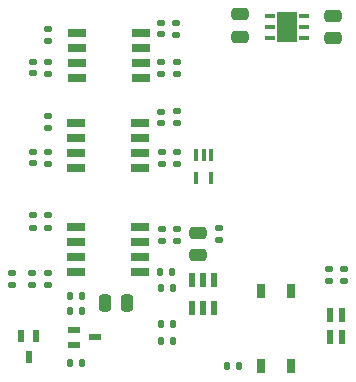
<source format=gbr>
%TF.GenerationSoftware,KiCad,Pcbnew,(6.0.8)*%
%TF.CreationDate,2023-03-20T22:14:44+01:00*%
%TF.ProjectId,BSPD-07,42535044-2d30-4372-9e6b-696361645f70,rev?*%
%TF.SameCoordinates,Original*%
%TF.FileFunction,Paste,Top*%
%TF.FilePolarity,Positive*%
%FSLAX46Y46*%
G04 Gerber Fmt 4.6, Leading zero omitted, Abs format (unit mm)*
G04 Created by KiCad (PCBNEW (6.0.8)) date 2023-03-20 22:14:44*
%MOMM*%
%LPD*%
G01*
G04 APERTURE LIST*
G04 Aperture macros list*
%AMRoundRect*
0 Rectangle with rounded corners*
0 $1 Rounding radius*
0 $2 $3 $4 $5 $6 $7 $8 $9 X,Y pos of 4 corners*
0 Add a 4 corners polygon primitive as box body*
4,1,4,$2,$3,$4,$5,$6,$7,$8,$9,$2,$3,0*
0 Add four circle primitives for the rounded corners*
1,1,$1+$1,$2,$3*
1,1,$1+$1,$4,$5*
1,1,$1+$1,$6,$7*
1,1,$1+$1,$8,$9*
0 Add four rect primitives between the rounded corners*
20,1,$1+$1,$2,$3,$4,$5,0*
20,1,$1+$1,$4,$5,$6,$7,0*
20,1,$1+$1,$6,$7,$8,$9,0*
20,1,$1+$1,$8,$9,$2,$3,0*%
G04 Aperture macros list end*
%ADD10RoundRect,0.135000X-0.185000X0.135000X-0.185000X-0.135000X0.185000X-0.135000X0.185000X0.135000X0*%
%ADD11RoundRect,0.135000X0.185000X-0.135000X0.185000X0.135000X-0.185000X0.135000X-0.185000X-0.135000X0*%
%ADD12RoundRect,0.135000X-0.135000X-0.185000X0.135000X-0.185000X0.135000X0.185000X-0.135000X0.185000X0*%
%ADD13RoundRect,0.250000X0.250000X0.475000X-0.250000X0.475000X-0.250000X-0.475000X0.250000X-0.475000X0*%
%ADD14RoundRect,0.147500X-0.172500X0.147500X-0.172500X-0.147500X0.172500X-0.147500X0.172500X0.147500X0*%
%ADD15R,1.528000X0.650000*%
%ADD16RoundRect,0.140000X0.170000X-0.140000X0.170000X0.140000X-0.170000X0.140000X-0.170000X-0.140000X0*%
%ADD17RoundRect,0.250000X0.475000X-0.250000X0.475000X0.250000X-0.475000X0.250000X-0.475000X-0.250000X0*%
%ADD18RoundRect,0.135000X0.135000X0.185000X-0.135000X0.185000X-0.135000X-0.185000X0.135000X-0.185000X0*%
%ADD19R,0.850000X0.300000*%
%ADD20R,1.700000X2.500000*%
%ADD21RoundRect,0.140000X-0.170000X0.140000X-0.170000X-0.140000X0.170000X-0.140000X0.170000X0.140000X0*%
%ADD22RoundRect,0.250000X-0.475000X0.250000X-0.475000X-0.250000X0.475000X-0.250000X0.475000X0.250000X0*%
%ADD23R,0.600000X1.200000*%
%ADD24R,0.400000X1.050000*%
%ADD25R,0.800000X1.200000*%
%ADD26R,0.600000X1.300000*%
%ADD27R,0.500000X1.100000*%
%ADD28RoundRect,0.140000X-0.140000X-0.170000X0.140000X-0.170000X0.140000X0.170000X-0.140000X0.170000X0*%
%ADD29R,1.100000X0.500000*%
G04 APERTURE END LIST*
D10*
%TO.C,R18*%
X148942800Y-126007400D03*
X148942800Y-127027400D03*
%TD*%
D11*
%TO.C,R23*%
X175739800Y-126646400D03*
X175739800Y-125626400D03*
%TD*%
D12*
%TO.C,R15*%
X161511800Y-131724400D03*
X162531800Y-131724400D03*
%TD*%
D13*
%TO.C,C5*%
X158655800Y-128549400D03*
X156755800Y-128549400D03*
%TD*%
D14*
%TO.C,D2*%
X150676800Y-115722400D03*
X150676800Y-116692400D03*
%TD*%
D11*
%TO.C,R4*%
X161550800Y-109120400D03*
X161550800Y-108100400D03*
%TD*%
D15*
%TO.C,IC1*%
X154394800Y-105689400D03*
X154394800Y-106959400D03*
X154394800Y-108229400D03*
X154394800Y-109499400D03*
X159816800Y-109499400D03*
X159816800Y-108229400D03*
X159816800Y-106959400D03*
X159816800Y-105689400D03*
%TD*%
D16*
%TO.C,C4*%
X151990800Y-126997400D03*
X151990800Y-126037400D03*
%TD*%
D17*
%TO.C,C3*%
X164646800Y-124485400D03*
X164646800Y-122585400D03*
%TD*%
D11*
%TO.C,R5*%
X151946800Y-116740400D03*
X151946800Y-115720400D03*
%TD*%
%TO.C,R12*%
X166424800Y-123219400D03*
X166424800Y-122199400D03*
%TD*%
%TO.C,R7*%
X162868800Y-109120400D03*
X162868800Y-108100400D03*
%TD*%
D18*
%TO.C,R20*%
X154837600Y-129260600D03*
X153817600Y-129260600D03*
%TD*%
D11*
%TO.C,R11*%
X161598800Y-123283400D03*
X161598800Y-122263400D03*
%TD*%
D18*
%TO.C,R21*%
X154837600Y-133629400D03*
X153817600Y-133629400D03*
%TD*%
D15*
%TO.C,IC2*%
X154315800Y-113309400D03*
X154315800Y-114579400D03*
X154315800Y-115849400D03*
X154315800Y-117119400D03*
X159737800Y-117119400D03*
X159737800Y-115849400D03*
X159737800Y-114579400D03*
X159737800Y-113309400D03*
%TD*%
D19*
%TO.C,IC4*%
X173633800Y-106131400D03*
X173633800Y-105181400D03*
X173633800Y-104231400D03*
X170733800Y-104231400D03*
X170733800Y-105181400D03*
X170733800Y-106131400D03*
D20*
X172183800Y-105181400D03*
%TD*%
D21*
%TO.C,C2*%
X161548000Y-112372200D03*
X161548000Y-113332200D03*
%TD*%
D14*
%TO.C,D1*%
X150727600Y-108098000D03*
X150727600Y-109068000D03*
%TD*%
D22*
%TO.C,C6*%
X176120800Y-104231400D03*
X176120800Y-106131400D03*
%TD*%
D11*
%TO.C,R9*%
X162820800Y-105818400D03*
X162820800Y-104798400D03*
%TD*%
D23*
%TO.C,LED1*%
X175882000Y-129594200D03*
X175882000Y-131394200D03*
X176832000Y-131394200D03*
X176832000Y-129594200D03*
%TD*%
D24*
%TO.C,IC5*%
X165804800Y-116042400D03*
X165154800Y-116042400D03*
X164504800Y-116042400D03*
X164504800Y-117942400D03*
X165804800Y-117942400D03*
%TD*%
D15*
%TO.C,IC3*%
X159737800Y-125948400D03*
X159737800Y-124678400D03*
X159737800Y-123408400D03*
X159737800Y-122138400D03*
X154315800Y-122138400D03*
X154315800Y-123408400D03*
X154315800Y-124678400D03*
X154315800Y-125948400D03*
%TD*%
D25*
%TO.C,U2*%
X170024800Y-133858400D03*
X172564800Y-133858400D03*
X172564800Y-127558400D03*
X170024800Y-127558400D03*
%TD*%
D11*
%TO.C,R26*%
X151940000Y-122150600D03*
X151940000Y-121130600D03*
%TD*%
%TO.C,R10*%
X162894200Y-113336800D03*
X162894200Y-112316800D03*
%TD*%
D12*
%TO.C,R16*%
X161469800Y-125882400D03*
X162489800Y-125882400D03*
%TD*%
D18*
%TO.C,R14*%
X162531800Y-130327400D03*
X161511800Y-130327400D03*
%TD*%
D11*
%TO.C,R8*%
X162868800Y-116740400D03*
X162868800Y-115720400D03*
%TD*%
D22*
%TO.C,C7*%
X168246800Y-104104400D03*
X168246800Y-106004400D03*
%TD*%
D10*
%TO.C,R2*%
X151946800Y-112672400D03*
X151946800Y-113692400D03*
%TD*%
%TO.C,R19*%
X150593800Y-126007400D03*
X150593800Y-127027400D03*
%TD*%
D11*
%TO.C,R3*%
X151946800Y-109118400D03*
X151946800Y-108098400D03*
%TD*%
D18*
%TO.C,R22*%
X168147200Y-133883400D03*
X167127200Y-133883400D03*
%TD*%
D10*
%TO.C,R25*%
X150670000Y-121130600D03*
X150670000Y-122150600D03*
%TD*%
%TO.C,R1*%
X151946800Y-105308400D03*
X151946800Y-106328400D03*
%TD*%
D11*
%TO.C,R24*%
X177009800Y-126646400D03*
X177009800Y-125626400D03*
%TD*%
%TO.C,R6*%
X161598800Y-116740400D03*
X161598800Y-115720400D03*
%TD*%
D21*
%TO.C,C1*%
X161550800Y-104828400D03*
X161550800Y-105788400D03*
%TD*%
D26*
%TO.C,Q1*%
X166021800Y-126587400D03*
X165071800Y-126587400D03*
X164121800Y-126587400D03*
X164121800Y-128987400D03*
X165071800Y-128987400D03*
X166021800Y-128987400D03*
%TD*%
D27*
%TO.C,Q3*%
X150989800Y-131332400D03*
X149689800Y-131332400D03*
X150339800Y-133132400D03*
%TD*%
D11*
%TO.C,R13*%
X162868800Y-123283400D03*
X162868800Y-122263400D03*
%TD*%
D28*
%TO.C,C8*%
X153847600Y-127990600D03*
X154807600Y-127990600D03*
%TD*%
D12*
%TO.C,R17*%
X161511800Y-127279400D03*
X162531800Y-127279400D03*
%TD*%
D29*
%TO.C,Q2*%
X154138800Y-130795000D03*
X154138800Y-132095000D03*
X155938800Y-131445000D03*
%TD*%
M02*

</source>
